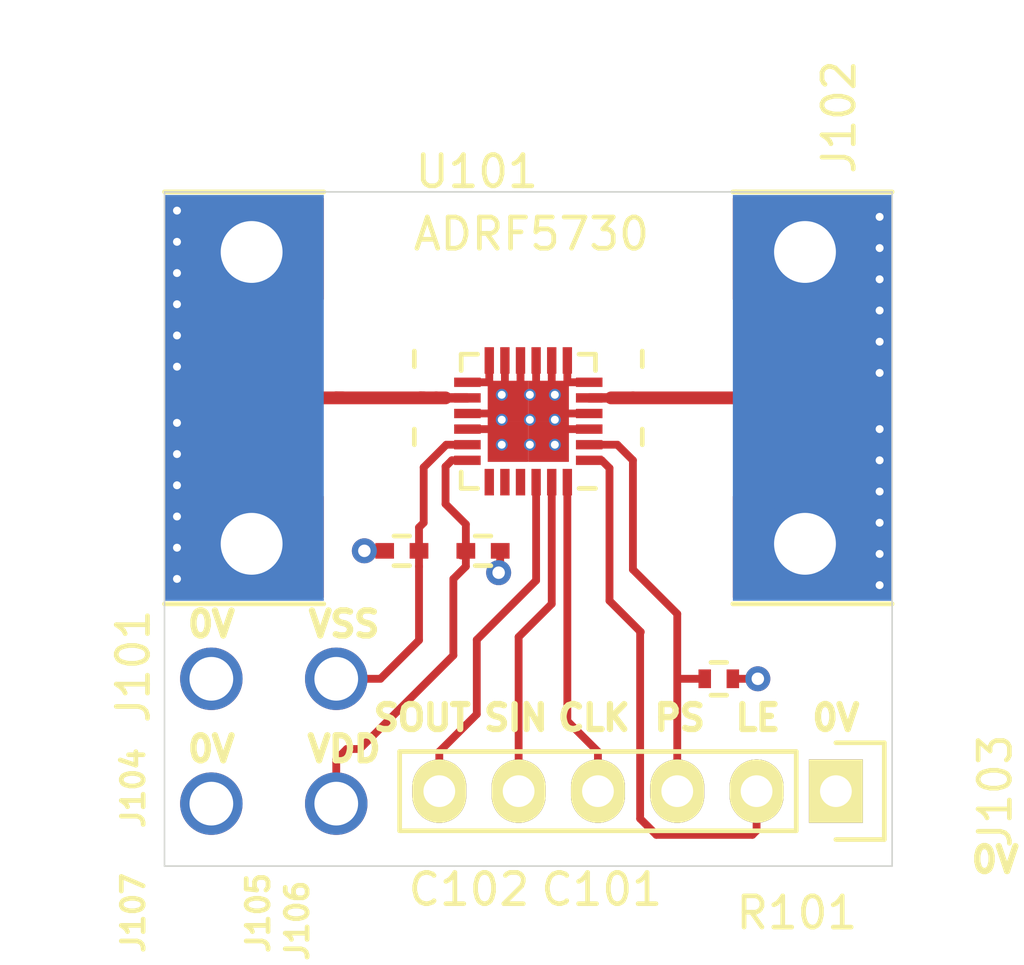
<source format=kicad_pcb>
(kicad_pcb (version 20171130) (host pcbnew "(5.1.4-74-gcf968cb6b)")

  (general
    (thickness 1.6)
    (drawings 16)
    (tracks 98)
    (zones 0)
    (modules 20)
    (nets 11)
  )

  (page A4)
  (layers
    (0 F.Cu signal)
    (1 In1.Cu signal)
    (2 In2.Cu signal)
    (31 B.Cu signal)
    (32 B.Adhes user)
    (33 F.Adhes user)
    (34 B.Paste user)
    (35 F.Paste user)
    (36 B.SilkS user hide)
    (37 F.SilkS user)
    (38 B.Mask user)
    (39 F.Mask user)
    (40 Dwgs.User user)
    (41 Cmts.User user)
    (42 Eco1.User user)
    (43 Eco2.User user)
    (44 Edge.Cuts user)
    (45 Margin user)
    (46 B.CrtYd user)
    (47 F.CrtYd user)
    (48 B.Fab user)
    (49 F.Fab user)
  )

  (setup
    (last_trace_width 0.25)
    (user_trace_width 0.41)
    (trace_clearance 0.2)
    (zone_clearance 0.2)
    (zone_45_only no)
    (trace_min 0.2)
    (via_size 0.8)
    (via_drill 0.4)
    (via_min_size 0.4)
    (via_min_drill 0.3)
    (uvia_size 0.3)
    (uvia_drill 0.1)
    (uvias_allowed no)
    (uvia_min_size 0.2)
    (uvia_min_drill 0.1)
    (edge_width 0.05)
    (segment_width 0.2)
    (pcb_text_width 0.3)
    (pcb_text_size 1.5 1.5)
    (mod_edge_width 0.12)
    (mod_text_size 1 1)
    (mod_text_width 0.15)
    (pad_size 1.3 1.3)
    (pad_drill 0)
    (pad_to_mask_clearance 0.02)
    (solder_mask_min_width 0.135)
    (aux_axis_origin 0 0)
    (visible_elements FFFDFF7F)
    (pcbplotparams
      (layerselection 0x010fc_ffffffff)
      (usegerberextensions false)
      (usegerberattributes false)
      (usegerberadvancedattributes false)
      (creategerberjobfile false)
      (excludeedgelayer true)
      (linewidth 0.100000)
      (plotframeref false)
      (viasonmask false)
      (mode 1)
      (useauxorigin false)
      (hpglpennumber 1)
      (hpglpenspeed 20)
      (hpglpendiameter 15.000000)
      (psnegative false)
      (psa4output false)
      (plotreference true)
      (plotvalue true)
      (plotinvisibletext false)
      (padsonsilk false)
      (subtractmaskfromsilk false)
      (outputformat 1)
      (mirror false)
      (drillshape 1)
      (scaleselection 1)
      (outputdirectory ""))
  )

  (net 0 "")
  (net 1 GND)
  (net 2 "Net-(C101-Pad1)")
  (net 3 "Net-(C102-Pad1)")
  (net 4 "Net-(J101-Pad1)")
  (net 5 "Net-(J102-Pad1)")
  (net 6 "Net-(J103-Pad2)")
  (net 7 "Net-(J103-Pad3)")
  (net 8 "Net-(J103-Pad4)")
  (net 9 "Net-(J103-Pad5)")
  (net 10 "Net-(J103-Pad6)")

  (net_class Default "This is the default net class."
    (clearance 0.2)
    (trace_width 0.25)
    (via_dia 0.8)
    (via_drill 0.4)
    (uvia_dia 0.3)
    (uvia_drill 0.1)
    (add_net GND)
    (add_net "Net-(C101-Pad1)")
    (add_net "Net-(C102-Pad1)")
    (add_net "Net-(J101-Pad1)")
    (add_net "Net-(J102-Pad1)")
    (add_net "Net-(J103-Pad2)")
    (add_net "Net-(J103-Pad3)")
    (add_net "Net-(J103-Pad4)")
    (add_net "Net-(J103-Pad5)")
    (add_net "Net-(J103-Pad6)")
  )

  (module synth_footprints:VIA_OSH4LAYER_MIN (layer F.Cu) (tedit 5D881A1D) (tstamp 5D882225)
    (at 166.2 84.5)
    (fp_text reference REF** (at 0 -2.5) (layer F.SilkS) hide
      (effects (font (size 1 1) (thickness 0.15)))
    )
    (fp_text value VIA_OSH4LAYER_MIN (at 0 -1.2) (layer F.Fab) hide
      (effects (font (size 1 1) (thickness 0.15)))
    )
    (pad 1 thru_hole circle (at 0 0) (size 0.381 0.381) (drill 0.254) (layers *.Cu)
      (net 1 GND))
  )

  (module synth_footprints:VIA_OSH4LAYER_MIN (layer F.Cu) (tedit 5D881A1D) (tstamp 5D88221D)
    (at 166.2 83.7)
    (fp_text reference REF** (at 0 -2.5) (layer F.SilkS) hide
      (effects (font (size 1 1) (thickness 0.15)))
    )
    (fp_text value VIA_OSH4LAYER_MIN (at 0 -1.2) (layer F.Fab) hide
      (effects (font (size 1 1) (thickness 0.15)))
    )
    (pad 1 thru_hole circle (at 0 0) (size 0.381 0.381) (drill 0.254) (layers *.Cu)
      (net 1 GND))
  )

  (module synth_footprints:VIA_OSH4LAYER_MIN (layer F.Cu) (tedit 5D881A1D) (tstamp 5D882215)
    (at 166.2 82.9)
    (fp_text reference REF** (at 0 -2.5) (layer F.SilkS) hide
      (effects (font (size 1 1) (thickness 0.15)))
    )
    (fp_text value VIA_OSH4LAYER_MIN (at 0 -1.2) (layer F.Fab) hide
      (effects (font (size 1 1) (thickness 0.15)))
    )
    (pad 1 thru_hole circle (at 0 0) (size 0.381 0.381) (drill 0.254) (layers *.Cu)
      (net 1 GND))
  )

  (module synth_footprints:VIA_OSH4LAYER_MIN (layer F.Cu) (tedit 5D881A1D) (tstamp 5D88220D)
    (at 167 83.7)
    (fp_text reference REF** (at 0 -2.5) (layer F.SilkS) hide
      (effects (font (size 1 1) (thickness 0.15)))
    )
    (fp_text value VIA_OSH4LAYER_MIN (at 0 -1.2) (layer F.Fab) hide
      (effects (font (size 1 1) (thickness 0.15)))
    )
    (pad 1 thru_hole circle (at 0 0) (size 0.381 0.381) (drill 0.254) (layers *.Cu)
      (net 1 GND))
  )

  (module synth_footprints:VIA_OSH4LAYER_MIN (layer F.Cu) (tedit 5D881A1D) (tstamp 5D882205)
    (at 165.3 83.7)
    (fp_text reference REF** (at 0 -2.5) (layer F.SilkS) hide
      (effects (font (size 1 1) (thickness 0.15)))
    )
    (fp_text value VIA_OSH4LAYER_MIN (at 0 -1.2) (layer F.Fab) hide
      (effects (font (size 1 1) (thickness 0.15)))
    )
    (pad 1 thru_hole circle (at 0 0) (size 0.381 0.381) (drill 0.254) (layers *.Cu)
      (net 1 GND))
  )

  (module synth_footprints:VIA_OSH4LAYER_MIN (layer F.Cu) (tedit 5D881A1D) (tstamp 5D8821FD)
    (at 165.3 84.5)
    (fp_text reference REF** (at 0 -2.5) (layer F.SilkS) hide
      (effects (font (size 1 1) (thickness 0.15)))
    )
    (fp_text value VIA_OSH4LAYER_MIN (at 0 -1.2) (layer F.Fab) hide
      (effects (font (size 1 1) (thickness 0.15)))
    )
    (pad 1 thru_hole circle (at 0 0) (size 0.381 0.381) (drill 0.254) (layers *.Cu)
      (net 1 GND))
  )

  (module synth_footprints:VIA_OSH4LAYER_MIN (layer F.Cu) (tedit 5D881A1D) (tstamp 5D8821F5)
    (at 167 84.5)
    (fp_text reference REF** (at 0 -2.5) (layer F.SilkS) hide
      (effects (font (size 1 1) (thickness 0.15)))
    )
    (fp_text value VIA_OSH4LAYER_MIN (at 0 -1.2) (layer F.Fab) hide
      (effects (font (size 1 1) (thickness 0.15)))
    )
    (pad 1 thru_hole circle (at 0 0) (size 0.381 0.381) (drill 0.254) (layers *.Cu)
      (net 1 GND))
  )

  (module synth_footprints:VIA_OSH4LAYER_MIN (layer F.Cu) (tedit 5D881A1D) (tstamp 5D8821ED)
    (at 167 82.9)
    (fp_text reference REF** (at 0 -2.5) (layer F.SilkS) hide
      (effects (font (size 1 1) (thickness 0.15)))
    )
    (fp_text value VIA_OSH4LAYER_MIN (at 0 -1.2) (layer F.Fab) hide
      (effects (font (size 1 1) (thickness 0.15)))
    )
    (pad 1 thru_hole circle (at 0 0) (size 0.381 0.381) (drill 0.254) (layers *.Cu)
      (net 1 GND))
  )

  (module synth_footprints:VIA_OSH4LAYER_MIN (layer F.Cu) (tedit 5D881A1D) (tstamp 5D88218E)
    (at 165.3 82.9)
    (fp_text reference REF** (at 0 -2.5) (layer F.SilkS) hide
      (effects (font (size 1 1) (thickness 0.15)))
    )
    (fp_text value VIA_OSH4LAYER_MIN (at 0 -1.2) (layer F.Fab) hide
      (effects (font (size 1 1) (thickness 0.15)))
    )
    (pad 1 thru_hole circle (at 0 0) (size 0.381 0.381) (drill 0.254) (layers *.Cu)
      (net 1 GND))
  )

  (module vna_mm:sw_edge_oshpark_4layer (layer F.Cu) (tedit 5D8802F6) (tstamp 5D8815F2)
    (at 154.5 83 90)
    (path /5D880968)
    (fp_text reference J101 (at -8.6 -1 90) (layer F.SilkS)
      (effects (font (size 1 1) (thickness 0.15)))
    )
    (fp_text value Conn_Coaxial (at -11.9 7.3) (layer F.Fab)
      (effects (font (size 1 1) (thickness 0.15)))
    )
    (fp_line (start 1 8) (end 1.5 8) (layer F.SilkS) (width 0.15))
    (fp_line (start -1 8) (end -1.5 8) (layer F.SilkS) (width 0.15))
    (fp_poly (pts (xy -6.6 0) (xy -0.5 0) (xy -0.5 5.1) (xy -6.6 5.1)) (layer F.Mask) (width 0.1))
    (fp_poly (pts (xy 0.5 0) (xy 6.6 0) (xy 6.6 5.1) (xy 0.5 5.1)) (layer F.Mask) (width 0.1))
    (fp_poly (pts (xy -0.6 1.9) (xy 0.6 1.9) (xy 0.6 5.1) (xy -0.6 5.1)) (layer F.Mask) (width 0.1))
    (fp_poly (pts (xy -0.5 0) (xy 0.5 0) (xy 0.5 1.3) (xy -0.5 1.3)) (layer F.Mask) (width 0.1))
    (fp_line (start 6.6 0) (end 6.6 5.1) (layer F.SilkS) (width 0.15))
    (fp_line (start -6.6 0) (end -6.6 5) (layer F.SilkS) (width 0.15))
    (fp_line (start -6.6 5) (end -6.6 5.1) (layer F.SilkS) (width 0.15))
    (pad 2 smd rect (at 0 2.55 270) (size 13 5.1) (layers B.Cu B.Mask)
      (net 1 GND))
    (pad 2 smd rect (at 4.775 2.85 270) (size 3.25 4.5) (layers F.Cu F.Mask)
      (net 1 GND))
    (pad 2 smd rect (at -4.775 2.85 270) (size 3.25 4.5) (layers F.Cu F.Mask)
      (net 1 GND))
    (pad 2 thru_hole circle (at -4.675 2.79 90) (size 3 3) (drill 1.98) (layers *.Cu *.Mask)
      (net 1 GND))
    (pad 2 thru_hole circle (at 4.675 2.79 90) (size 3 3) (drill 1.98) (layers *.Cu *.Mask)
      (net 1 GND))
    (pad 1 smd rect (at 0 3.04 90) (size 0.41 4.08) (layers F.Cu)
      (net 4 "Net-(J101-Pad1)"))
    (pad 1 smd trapezoid (at 0 0.55 90) (size 0.3 0.95) (rect_delta 0 0.11 ) (layers F.Cu F.Mask)
      (net 4 "Net-(J101-Pad1)"))
    (pad 2 smd rect (at 3.4 0.3 270) (size 6 0.6) (layers F.Cu F.Mask)
      (net 1 GND))
    (pad 2 smd trapezoid (at 3.4 0.7 90) (size 5.8 0.2) (rect_delta 0 -0.2 ) (layers F.Cu F.Mask)
      (net 1 GND))
    (pad 2 thru_hole circle (at 1 0.4 90) (size 0.5 0.5) (drill 0.254) (layers *.Cu *.Mask)
      (net 1 GND))
    (pad 2 thru_hole circle (at 2 0.4 90) (size 0.5 0.5) (drill 0.254) (layers *.Cu *.Mask)
      (net 1 GND))
    (pad 2 thru_hole circle (at 3 0.4 90) (size 0.5 0.5) (drill 0.254) (layers *.Cu *.Mask)
      (net 1 GND))
    (pad 2 thru_hole circle (at 4 0.4 90) (size 0.5 0.5) (drill 0.254) (layers *.Cu *.Mask)
      (net 1 GND))
    (pad 2 thru_hole circle (at 5 0.4 90) (size 0.5 0.5) (drill 0.254) (layers *.Cu *.Mask)
      (net 1 GND))
    (pad 2 thru_hole circle (at 6 0.4 90) (size 0.5 0.5) (drill 0.254) (layers *.Cu *.Mask)
      (net 1 GND))
    (pad 2 smd trapezoid (at -3.4 0.7 90) (size 5.8 0.2) (rect_delta 0 -0.2 ) (layers F.Cu F.Mask)
      (net 1 GND))
    (pad 2 smd rect (at -3.4 0.3 270) (size 6 0.6) (layers F.Cu F.Mask)
      (net 1 GND))
    (pad 2 thru_hole circle (at -2.8 0.4 90) (size 0.5 0.5) (drill 0.254) (layers *.Cu *.Mask)
      (net 1 GND))
    (pad 2 thru_hole circle (at -0.8 0.4 90) (size 0.5 0.5) (drill 0.254) (layers *.Cu *.Mask)
      (net 1 GND))
    (pad 2 thru_hole circle (at -1.8 0.4 90) (size 0.5 0.5) (drill 0.254) (layers *.Cu *.Mask)
      (net 1 GND))
    (pad 2 thru_hole circle (at -5.8 0.4 90) (size 0.5 0.5) (drill 0.254) (layers *.Cu *.Mask)
      (net 1 GND))
    (pad 2 thru_hole circle (at -3.8 0.4 90) (size 0.5 0.5) (drill 0.254) (layers *.Cu *.Mask)
      (net 1 GND))
    (pad 2 thru_hole circle (at -4.8 0.4 90) (size 0.5 0.5) (drill 0.254) (layers *.Cu *.Mask)
      (net 1 GND))
  )

  (module vna_mm:sw_edge_oshpark_4layer (layer F.Cu) (tedit 5D8802F6) (tstamp 5D881B7D)
    (at 177.8 83 270)
    (path /5D88288F)
    (fp_text reference J102 (at -9 1.7 90) (layer F.SilkS)
      (effects (font (size 1 1) (thickness 0.15)))
    )
    (fp_text value Conn_Coaxial (at -11.9 7.3) (layer F.Fab)
      (effects (font (size 1 1) (thickness 0.15)))
    )
    (fp_line (start 1 8) (end 1.5 8) (layer F.SilkS) (width 0.15))
    (fp_line (start -1 8) (end -1.5 8) (layer F.SilkS) (width 0.15))
    (fp_poly (pts (xy -6.6 0) (xy -0.5 0) (xy -0.5 5.1) (xy -6.6 5.1)) (layer F.Mask) (width 0.1))
    (fp_poly (pts (xy 0.5 0) (xy 6.6 0) (xy 6.6 5.1) (xy 0.5 5.1)) (layer F.Mask) (width 0.1))
    (fp_poly (pts (xy -0.6 1.9) (xy 0.6 1.9) (xy 0.6 5.1) (xy -0.6 5.1)) (layer F.Mask) (width 0.1))
    (fp_poly (pts (xy -0.5 0) (xy 0.5 0) (xy 0.5 1.3) (xy -0.5 1.3)) (layer F.Mask) (width 0.1))
    (fp_line (start 6.6 0) (end 6.6 5.1) (layer F.SilkS) (width 0.15))
    (fp_line (start -6.6 0) (end -6.6 5) (layer F.SilkS) (width 0.15))
    (fp_line (start -6.6 5) (end -6.6 5.1) (layer F.SilkS) (width 0.15))
    (pad 2 smd rect (at 0 2.55 90) (size 13 5.1) (layers B.Cu B.Mask)
      (net 1 GND))
    (pad 2 smd rect (at 4.775 2.85 90) (size 3.25 4.5) (layers F.Cu F.Mask)
      (net 1 GND))
    (pad 2 smd rect (at -4.775 2.85 90) (size 3.25 4.5) (layers F.Cu F.Mask)
      (net 1 GND))
    (pad 2 thru_hole circle (at -4.675 2.79 270) (size 3 3) (drill 1.98) (layers *.Cu *.Mask)
      (net 1 GND))
    (pad 2 thru_hole circle (at 4.675 2.79 270) (size 3 3) (drill 1.98) (layers *.Cu *.Mask)
      (net 1 GND))
    (pad 1 smd rect (at 0 3.04 270) (size 0.41 4.08) (layers F.Cu)
      (net 5 "Net-(J102-Pad1)"))
    (pad 1 smd trapezoid (at 0 0.55 270) (size 0.3 0.95) (rect_delta 0 0.11 ) (layers F.Cu F.Mask)
      (net 5 "Net-(J102-Pad1)"))
    (pad 2 smd rect (at 3.4 0.3 90) (size 6 0.6) (layers F.Cu F.Mask)
      (net 1 GND))
    (pad 2 smd trapezoid (at 3.4 0.7 270) (size 5.8 0.2) (rect_delta 0 -0.2 ) (layers F.Cu F.Mask)
      (net 1 GND))
    (pad 2 thru_hole circle (at 1 0.4 270) (size 0.5 0.5) (drill 0.254) (layers *.Cu *.Mask)
      (net 1 GND))
    (pad 2 thru_hole circle (at 2 0.4 270) (size 0.5 0.5) (drill 0.254) (layers *.Cu *.Mask)
      (net 1 GND))
    (pad 2 thru_hole circle (at 3 0.4 270) (size 0.5 0.5) (drill 0.254) (layers *.Cu *.Mask)
      (net 1 GND))
    (pad 2 thru_hole circle (at 4 0.4 270) (size 0.5 0.5) (drill 0.254) (layers *.Cu *.Mask)
      (net 1 GND))
    (pad 2 thru_hole circle (at 5 0.4 270) (size 0.5 0.5) (drill 0.254) (layers *.Cu *.Mask)
      (net 1 GND))
    (pad 2 thru_hole circle (at 6 0.4 270) (size 0.5 0.5) (drill 0.254) (layers *.Cu *.Mask)
      (net 1 GND))
    (pad 2 smd trapezoid (at -3.4 0.7 270) (size 5.8 0.2) (rect_delta 0 -0.2 ) (layers F.Cu F.Mask)
      (net 1 GND))
    (pad 2 smd rect (at -3.4 0.3 90) (size 6 0.6) (layers F.Cu F.Mask)
      (net 1 GND))
    (pad 2 thru_hole circle (at -2.8 0.4 270) (size 0.5 0.5) (drill 0.254) (layers *.Cu *.Mask)
      (net 1 GND))
    (pad 2 thru_hole circle (at -0.8 0.4 270) (size 0.5 0.5) (drill 0.254) (layers *.Cu *.Mask)
      (net 1 GND))
    (pad 2 thru_hole circle (at -1.8 0.4 270) (size 0.5 0.5) (drill 0.254) (layers *.Cu *.Mask)
      (net 1 GND))
    (pad 2 thru_hole circle (at -5.8 0.4 270) (size 0.5 0.5) (drill 0.254) (layers *.Cu *.Mask)
      (net 1 GND))
    (pad 2 thru_hole circle (at -3.8 0.4 270) (size 0.5 0.5) (drill 0.254) (layers *.Cu *.Mask)
      (net 1 GND))
    (pad 2 thru_hole circle (at -4.8 0.4 270) (size 0.5 0.5) (drill 0.254) (layers *.Cu *.Mask)
      (net 1 GND))
  )

  (module Capacitors_SMD:C_0402 (layer F.Cu) (tedit 5415D599) (tstamp 5D881622)
    (at 164.7 87.9)
    (descr "Capacitor SMD 0402, reflow soldering, AVX (see smccp.pdf)")
    (tags "capacitor 0402")
    (path /5D8929D7)
    (attr smd)
    (fp_text reference C101 (at 3.8 10.85 180) (layer F.SilkS)
      (effects (font (size 1 1) (thickness 0.15)))
    )
    (fp_text value C_Small (at 0 1.7) (layer F.Fab)
      (effects (font (size 1 1) (thickness 0.15)))
    )
    (fp_line (start -1.15 -0.6) (end 1.15 -0.6) (layer F.CrtYd) (width 0.05))
    (fp_line (start -1.15 0.6) (end 1.15 0.6) (layer F.CrtYd) (width 0.05))
    (fp_line (start -1.15 -0.6) (end -1.15 0.6) (layer F.CrtYd) (width 0.05))
    (fp_line (start 1.15 -0.6) (end 1.15 0.6) (layer F.CrtYd) (width 0.05))
    (fp_line (start 0.25 -0.475) (end -0.25 -0.475) (layer F.SilkS) (width 0.15))
    (fp_line (start -0.25 0.475) (end 0.25 0.475) (layer F.SilkS) (width 0.15))
    (pad 1 smd rect (at -0.55 0) (size 0.6 0.5) (layers F.Cu F.Paste F.Mask)
      (net 2 "Net-(C101-Pad1)"))
    (pad 2 smd rect (at 0.55 0) (size 0.6 0.5) (layers F.Cu F.Paste F.Mask)
      (net 1 GND))
    (model Capacitors_SMD.3dshapes/C_0402.wrl
      (at (xyz 0 0 0))
      (scale (xyz 1 1 1))
      (rotate (xyz 0 0 0))
    )
  )

  (module Capacitors_SMD:C_0402 (layer F.Cu) (tedit 5415D599) (tstamp 5D88162E)
    (at 162.1 87.9 180)
    (descr "Capacitor SMD 0402, reflow soldering, AVX (see smccp.pdf)")
    (tags "capacitor 0402")
    (path /5D8A38AA)
    (attr smd)
    (fp_text reference C102 (at -2.15 -10.85 180) (layer F.SilkS)
      (effects (font (size 1 1) (thickness 0.15)))
    )
    (fp_text value C_Small (at 0 1.7) (layer F.Fab)
      (effects (font (size 1 1) (thickness 0.15)))
    )
    (fp_line (start -0.25 0.475) (end 0.25 0.475) (layer F.SilkS) (width 0.15))
    (fp_line (start 0.25 -0.475) (end -0.25 -0.475) (layer F.SilkS) (width 0.15))
    (fp_line (start 1.15 -0.6) (end 1.15 0.6) (layer F.CrtYd) (width 0.05))
    (fp_line (start -1.15 -0.6) (end -1.15 0.6) (layer F.CrtYd) (width 0.05))
    (fp_line (start -1.15 0.6) (end 1.15 0.6) (layer F.CrtYd) (width 0.05))
    (fp_line (start -1.15 -0.6) (end 1.15 -0.6) (layer F.CrtYd) (width 0.05))
    (pad 2 smd rect (at 0.55 0 180) (size 0.6 0.5) (layers F.Cu F.Paste F.Mask)
      (net 1 GND))
    (pad 1 smd rect (at -0.55 0 180) (size 0.6 0.5) (layers F.Cu F.Paste F.Mask)
      (net 3 "Net-(C102-Pad1)"))
    (model Capacitors_SMD.3dshapes/C_0402.wrl
      (at (xyz 0 0 0))
      (scale (xyz 1 1 1))
      (rotate (xyz 0 0 0))
    )
  )

  (module vna_footprints:TURRET_MILLMAX_2101 (layer F.Cu) (tedit 5D75DD65) (tstamp 5D88163D)
    (at 160 96)
    (path /5D891546)
    (fp_text reference J105 (at -2.5 3.5 90) (layer F.SilkS)
      (effects (font (size 0.7 0.7) (thickness 0.15)))
    )
    (fp_text value Conn_01x01_Male (at 0 -3.3) (layer F.Fab)
      (effects (font (size 1 1) (thickness 0.15)))
    )
    (pad 1 thru_hole circle (at 0 0) (size 2 2) (drill 1.4) (layers *.Cu *.Mask)
      (net 2 "Net-(C101-Pad1)"))
  )

  (module vna_footprints:TURRET_MILLMAX_2101 (layer F.Cu) (tedit 5D75DD65) (tstamp 5D881642)
    (at 160 92)
    (path /5D8A38A4)
    (fp_text reference J106 (at -1.25 7.75 90) (layer F.SilkS)
      (effects (font (size 0.7 0.7) (thickness 0.15)))
    )
    (fp_text value Conn_01x01_Male (at 0 -3.3) (layer F.Fab)
      (effects (font (size 1 1) (thickness 0.15)))
    )
    (pad 1 thru_hole circle (at 0 0) (size 2 2) (drill 1.4) (layers *.Cu *.Mask)
      (net 3 "Net-(C102-Pad1)"))
  )

  (module vna_footprints:TURRET_MILLMAX_2101 (layer F.Cu) (tedit 5D75DD65) (tstamp 5D8820C9)
    (at 156 96)
    (path /5D8B5B77)
    (fp_text reference J107 (at -2.5 3.5 90) (layer F.SilkS)
      (effects (font (size 0.7 0.7) (thickness 0.15)))
    )
    (fp_text value Conn_01x01_Male (at 0 -3.3) (layer F.Fab)
      (effects (font (size 1 1) (thickness 0.15)))
    )
    (pad 1 thru_hole circle (at 0 0) (size 2 2) (drill 1.4) (layers *.Cu *.Mask)
      (net 1 GND))
  )

  (module Pin_Headers:Pin_Header_Straight_1x06 (layer F.Cu) (tedit 0) (tstamp 5D881C5A)
    (at 176 95.6 270)
    (descr "Through hole pin header")
    (tags "pin header")
    (path /5D8B0E09)
    (fp_text reference J103 (at 0 -5.1 90) (layer F.SilkS)
      (effects (font (size 1 1) (thickness 0.15)))
    )
    (fp_text value Conn_01x06 (at 0 -3.1 90) (layer F.Fab)
      (effects (font (size 1 1) (thickness 0.15)))
    )
    (fp_line (start -1.75 -1.75) (end -1.75 14.45) (layer F.CrtYd) (width 0.05))
    (fp_line (start 1.75 -1.75) (end 1.75 14.45) (layer F.CrtYd) (width 0.05))
    (fp_line (start -1.75 -1.75) (end 1.75 -1.75) (layer F.CrtYd) (width 0.05))
    (fp_line (start -1.75 14.45) (end 1.75 14.45) (layer F.CrtYd) (width 0.05))
    (fp_line (start 1.27 1.27) (end 1.27 13.97) (layer F.SilkS) (width 0.15))
    (fp_line (start 1.27 13.97) (end -1.27 13.97) (layer F.SilkS) (width 0.15))
    (fp_line (start -1.27 13.97) (end -1.27 1.27) (layer F.SilkS) (width 0.15))
    (fp_line (start 1.55 -1.55) (end 1.55 0) (layer F.SilkS) (width 0.15))
    (fp_line (start 1.27 1.27) (end -1.27 1.27) (layer F.SilkS) (width 0.15))
    (fp_line (start -1.55 0) (end -1.55 -1.55) (layer F.SilkS) (width 0.15))
    (fp_line (start -1.55 -1.55) (end 1.55 -1.55) (layer F.SilkS) (width 0.15))
    (pad 1 thru_hole rect (at 0 0 270) (size 2.032 1.7272) (drill 1.016) (layers *.Cu *.Mask F.SilkS)
      (net 1 GND))
    (pad 2 thru_hole oval (at 0 2.54 270) (size 2.032 1.7272) (drill 1.016) (layers *.Cu *.Mask F.SilkS)
      (net 6 "Net-(J103-Pad2)"))
    (pad 3 thru_hole oval (at 0 5.08 270) (size 2.032 1.7272) (drill 1.016) (layers *.Cu *.Mask F.SilkS)
      (net 7 "Net-(J103-Pad3)"))
    (pad 4 thru_hole oval (at 0 7.62 270) (size 2.032 1.7272) (drill 1.016) (layers *.Cu *.Mask F.SilkS)
      (net 8 "Net-(J103-Pad4)"))
    (pad 5 thru_hole oval (at 0 10.16 270) (size 2.032 1.7272) (drill 1.016) (layers *.Cu *.Mask F.SilkS)
      (net 9 "Net-(J103-Pad5)"))
    (pad 6 thru_hole oval (at 0 12.7 270) (size 2.032 1.7272) (drill 1.016) (layers *.Cu *.Mask F.SilkS)
      (net 10 "Net-(J103-Pad6)"))
    (model Pin_Headers.3dshapes/Pin_Header_Straight_1x06.wrl
      (offset (xyz 0 -6.349999904632568 0))
      (scale (xyz 1 1 1))
      (rotate (xyz 0 0 90))
    )
  )

  (module vna_footprints:TURRET_MILLMAX_2101 (layer F.Cu) (tedit 5D75DD65) (tstamp 5D881C5F)
    (at 156 92)
    (path /5D8C3175)
    (fp_text reference J104 (at -2.5 3.5 90) (layer F.SilkS)
      (effects (font (size 0.7 0.7) (thickness 0.15)))
    )
    (fp_text value Conn_01x01_Male (at 0 -3.3) (layer F.Fab)
      (effects (font (size 1 1) (thickness 0.15)))
    )
    (pad 1 thru_hole circle (at 0 0) (size 2 2) (drill 1.4) (layers *.Cu *.Mask)
      (net 1 GND))
  )

  (module Resistors_SMD:R_0402 (layer F.Cu) (tedit 5415CBB8) (tstamp 5D881C6B)
    (at 172.25 92 180)
    (descr "Resistor SMD 0402, reflow soldering, Vishay (see dcrcw.pdf)")
    (tags "resistor 0402")
    (path /5D8BE921)
    (attr smd)
    (fp_text reference R101 (at -2.5 -7.5) (layer F.SilkS)
      (effects (font (size 1 1) (thickness 0.15)))
    )
    (fp_text value R_Small (at 0 1.8) (layer F.Fab)
      (effects (font (size 1 1) (thickness 0.15)))
    )
    (fp_line (start -0.95 -0.65) (end 0.95 -0.65) (layer F.CrtYd) (width 0.05))
    (fp_line (start -0.95 0.65) (end 0.95 0.65) (layer F.CrtYd) (width 0.05))
    (fp_line (start -0.95 -0.65) (end -0.95 0.65) (layer F.CrtYd) (width 0.05))
    (fp_line (start 0.95 -0.65) (end 0.95 0.65) (layer F.CrtYd) (width 0.05))
    (fp_line (start 0.25 -0.525) (end -0.25 -0.525) (layer F.SilkS) (width 0.15))
    (fp_line (start -0.25 0.525) (end 0.25 0.525) (layer F.SilkS) (width 0.15))
    (pad 1 smd rect (at -0.45 0 180) (size 0.4 0.6) (layers F.Cu F.Paste F.Mask)
      (net 2 "Net-(C101-Pad1)"))
    (pad 2 smd rect (at 0.45 0 180) (size 0.4 0.6) (layers F.Cu F.Paste F.Mask)
      (net 7 "Net-(J103-Pad3)"))
    (model Resistors_SMD.3dshapes/R_0402.wrl
      (at (xyz 0 0 0))
      (scale (xyz 1 1 1))
      (rotate (xyz 0 0 0))
    )
  )

  (module Housings_DFN_QFN:QFN-24-1EP_4x4mm_Pitch0.5mm (layer F.Cu) (tedit 5D881DD1) (tstamp 5D881C96)
    (at 166.15 83.75 180)
    (descr "24-Lead Plastic Quad Flat, No Lead Package (MJ) - 4x4x0.9 mm Body [QFN]; (see Microchip Packaging Specification 00000049BS.pdf)")
    (tags "QFN 0.5")
    (path /5D884587)
    (attr smd)
    (fp_text reference U101 (at 1.65 8) (layer F.SilkS)
      (effects (font (size 1 1) (thickness 0.15)))
    )
    (fp_text value ADRF5730 (at 0 3.375) (layer F.Fab)
      (effects (font (size 1 1) (thickness 0.15)))
    )
    (fp_line (start -2.65 -2.65) (end -2.65 2.65) (layer F.CrtYd) (width 0.05))
    (fp_line (start 2.65 -2.65) (end 2.65 2.65) (layer F.CrtYd) (width 0.05))
    (fp_line (start -2.65 -2.65) (end 2.65 -2.65) (layer F.CrtYd) (width 0.05))
    (fp_line (start -2.65 2.65) (end 2.65 2.65) (layer F.CrtYd) (width 0.05))
    (fp_line (start 2.15 -2.15) (end 2.15 -1.625) (layer F.SilkS) (width 0.15))
    (fp_line (start -2.15 2.15) (end -2.15 1.625) (layer F.SilkS) (width 0.15))
    (fp_line (start 2.15 2.15) (end 2.15 1.625) (layer F.SilkS) (width 0.15))
    (fp_line (start -2.15 -2.15) (end -1.625 -2.15) (layer F.SilkS) (width 0.15))
    (fp_line (start -2.15 2.15) (end -1.625 2.15) (layer F.SilkS) (width 0.15))
    (fp_line (start 2.15 2.15) (end 1.625 2.15) (layer F.SilkS) (width 0.15))
    (fp_line (start 2.15 -2.15) (end 1.625 -2.15) (layer F.SilkS) (width 0.15))
    (pad 1 smd rect (at -1.95 -1.25 180) (size 0.85 0.3) (layers F.Cu F.Paste F.Mask)
      (net 6 "Net-(J103-Pad2)"))
    (pad 2 smd rect (at -1.95 -0.75 180) (size 0.85 0.3) (layers F.Cu F.Paste F.Mask)
      (net 7 "Net-(J103-Pad3)"))
    (pad 3 smd rect (at -1.95 -0.25 180) (size 0.85 0.3) (layers F.Cu F.Paste F.Mask)
      (net 1 GND))
    (pad 4 smd rect (at -1.95 0.25 180) (size 0.85 0.3) (layers F.Cu F.Paste F.Mask)
      (net 1 GND))
    (pad 5 smd rect (at -1.95 0.75 180) (size 0.85 0.3) (layers F.Cu F.Paste F.Mask)
      (net 5 "Net-(J102-Pad1)"))
    (pad 6 smd rect (at -1.95 1.25 180) (size 0.85 0.3) (layers F.Cu F.Paste F.Mask)
      (net 1 GND))
    (pad 7 smd rect (at -1.25 1.95 270) (size 0.85 0.3) (layers F.Cu F.Paste F.Mask)
      (net 1 GND))
    (pad 8 smd rect (at -0.75 1.95 270) (size 0.85 0.3) (layers F.Cu F.Paste F.Mask)
      (net 1 GND))
    (pad 9 smd rect (at -0.25 1.95 270) (size 0.85 0.3) (layers F.Cu F.Paste F.Mask)
      (net 1 GND))
    (pad 10 smd rect (at 0.25 1.95 270) (size 0.85 0.3) (layers F.Cu F.Paste F.Mask)
      (net 1 GND))
    (pad 11 smd rect (at 0.75 1.95 270) (size 0.85 0.3) (layers F.Cu F.Paste F.Mask)
      (net 1 GND))
    (pad 12 smd rect (at 1.25 1.95 270) (size 0.85 0.3) (layers F.Cu F.Paste F.Mask)
      (net 1 GND))
    (pad 13 smd rect (at 1.95 1.25 180) (size 0.85 0.3) (layers F.Cu F.Paste F.Mask)
      (net 1 GND))
    (pad 14 smd rect (at 1.95 0.75 180) (size 0.85 0.3) (layers F.Cu F.Paste F.Mask)
      (net 4 "Net-(J101-Pad1)"))
    (pad 15 smd rect (at 1.95 0.25 180) (size 0.85 0.3) (layers F.Cu F.Paste F.Mask)
      (net 1 GND))
    (pad 16 smd rect (at 1.95 -0.25 180) (size 0.85 0.3) (layers F.Cu F.Paste F.Mask)
      (net 1 GND))
    (pad 17 smd rect (at 1.95 -0.75 180) (size 0.85 0.3) (layers F.Cu F.Paste F.Mask)
      (net 3 "Net-(C102-Pad1)"))
    (pad 18 smd rect (at 1.95 -1.25 180) (size 0.85 0.3) (layers F.Cu F.Paste F.Mask)
      (net 2 "Net-(C101-Pad1)"))
    (pad 19 smd rect (at 1.25 -1.95 270) (size 0.85 0.3) (layers F.Cu F.Paste F.Mask))
    (pad 20 smd rect (at 0.75 -1.95 270) (size 0.85 0.3) (layers F.Cu F.Paste F.Mask))
    (pad 21 smd rect (at 0.25 -1.95 270) (size 0.85 0.3) (layers F.Cu F.Paste F.Mask))
    (pad 22 smd rect (at -0.25 -1.95 270) (size 0.85 0.3) (layers F.Cu F.Paste F.Mask)
      (net 10 "Net-(J103-Pad6)"))
    (pad 23 smd rect (at -0.75 -1.95 270) (size 0.85 0.3) (layers F.Cu F.Paste F.Mask)
      (net 9 "Net-(J103-Pad5)"))
    (pad 24 smd rect (at -1.25 -1.95 270) (size 0.85 0.3) (layers F.Cu F.Paste F.Mask)
      (net 8 "Net-(J103-Pad4)"))
    (pad 25 smd rect (at 0.65 0.65 180) (size 1.3 1.3) (layers F.Cu F.Paste F.Mask)
      (net 1 GND) (solder_paste_margin_ratio -0.15))
    (pad 25 smd rect (at 0.65 -0.65 180) (size 1.3 1.3) (layers F.Cu F.Paste F.Mask)
      (net 1 GND) (solder_paste_margin_ratio -0.15))
    (pad 25 smd rect (at -0.65 0.65 180) (size 1.3 1.3) (layers F.Cu F.Paste F.Mask)
      (net 1 GND) (solder_paste_margin_ratio -0.15))
    (pad 25 smd rect (at -0.65 -0.65 180) (size 1.3 1.3) (layers F.Cu F.Paste F.Mask)
      (net 1 GND) (solder_paste_margin_ratio -0.15))
    (model Housings_DFN_QFN.3dshapes/QFN-24-1EP_4x4mm_Pitch0.5mm.wrl
      (at (xyz 0 0 0))
      (scale (xyz 1 1 1))
      (rotate (xyz 0 0 0))
    )
  )

  (gr_text VDD (at 160.25 94.25) (layer F.SilkS) (tstamp 5D882D00)
    (effects (font (size 0.8 0.8) (thickness 0.2)))
  )
  (gr_text 0V (at 156 94.25) (layer F.SilkS) (tstamp 5D882CF8)
    (effects (font (size 0.8 0.8) (thickness 0.2)))
  )
  (gr_text 0V (at 156 90.25) (layer F.SilkS) (tstamp 5D882CF5)
    (effects (font (size 0.8 0.8) (thickness 0.2)))
  )
  (gr_text VSS (at 160.25 90.25) (layer F.SilkS) (tstamp 5D882DB5)
    (effects (font (size 0.8 0.8) (thickness 0.2)))
  )
  (gr_text SOUT (at 162.75 93.25) (layer F.SilkS) (tstamp 5D882CE6)
    (effects (font (size 0.8 0.8) (thickness 0.2)))
  )
  (gr_text SIN (at 165.75 93.25) (layer F.SilkS) (tstamp 5D882CE3)
    (effects (font (size 0.8 0.8) (thickness 0.2)))
  )
  (gr_text CLK (at 168.25 93.25) (layer F.SilkS) (tstamp 5D882CE0)
    (effects (font (size 0.8 0.8) (thickness 0.2)))
  )
  (gr_text PS (at 171 93.25) (layer F.SilkS) (tstamp 5D882CDD)
    (effects (font (size 0.8 0.8) (thickness 0.2)))
  )
  (gr_text LE (at 173.5 93.25) (layer F.SilkS) (tstamp 5D882B9B)
    (effects (font (size 0.8 0.8) (thickness 0.2)))
  )
  (gr_text 0V (at 181.1 97.8) (layer F.SilkS) (tstamp 5D882380)
    (effects (font (size 0.8 0.8) (thickness 0.2)))
  )
  (gr_text 0V (at 176 93.25) (layer F.SilkS) (tstamp 5D88237D)
    (effects (font (size 0.8 0.8) (thickness 0.2)))
  )
  (gr_text ADRF5730 (at 166.25 77.75) (layer F.SilkS)
    (effects (font (size 1 1) (thickness 0.15)))
  )
  (gr_line (start 154.5 76.4) (end 177.8 76.4) (layer Edge.Cuts) (width 0.05) (tstamp 5D881B58))
  (gr_line (start 177.8 98) (end 154.5 98) (layer Edge.Cuts) (width 0.05) (tstamp 5D881BC4))
  (gr_line (start 177.8 76.4) (end 177.8 98) (layer Edge.Cuts) (width 0.05) (tstamp 5D881B55))
  (gr_line (start 154.5 76.4) (end 154.5 98) (layer Edge.Cuts) (width 0.05))

  (via (at 160.9 87.9) (size 0.8) (drill 0.4) (layers F.Cu B.Cu) (net 1))
  (segment (start 161.55 87.9) (end 160.9 87.9) (width 0.25) (layer F.Cu) (net 1) (status 10))
  (via (at 165.2 88.6) (size 0.8) (drill 0.4) (layers F.Cu B.Cu) (net 1))
  (segment (start 165.25 87.9) (end 165.25 88.55) (width 0.25) (layer F.Cu) (net 1) (status 10))
  (segment (start 165.25 88.55) (end 165.2 88.6) (width 0.25) (layer F.Cu) (net 1))
  (segment (start 164.2 82.5) (end 164.9 82.5) (width 0.25) (layer F.Cu) (net 1))
  (segment (start 164.9 82.5) (end 165.5 83.1) (width 0.25) (layer F.Cu) (net 1))
  (segment (start 164.9 81.8) (end 164.9 82.5) (width 0.25) (layer F.Cu) (net 1))
  (segment (start 165.4 83) (end 165.5 83.1) (width 0.25) (layer F.Cu) (net 1))
  (segment (start 165.4 81.8) (end 165.4 83) (width 0.25) (layer F.Cu) (net 1))
  (segment (start 165.9 82.7) (end 165.5 83.1) (width 0.25) (layer F.Cu) (net 1))
  (segment (start 165.9 81.8) (end 165.9 82.7) (width 0.25) (layer F.Cu) (net 1))
  (segment (start 166.4 82.7) (end 166.8 83.1) (width 0.25) (layer F.Cu) (net 1))
  (segment (start 166.4 81.8) (end 166.4 82.7) (width 0.25) (layer F.Cu) (net 1))
  (segment (start 166.9 83) (end 166.8 83.1) (width 0.25) (layer F.Cu) (net 1))
  (segment (start 166.9 81.8) (end 166.9 83) (width 0.25) (layer F.Cu) (net 1))
  (segment (start 167.4 81.8) (end 167.4 82.5) (width 0.25) (layer F.Cu) (net 1))
  (segment (start 167.4 82.5) (end 166.8 83.1) (width 0.25) (layer F.Cu) (net 1))
  (segment (start 168.1 82.5) (end 167.4 82.5) (width 0.25) (layer F.Cu) (net 1))
  (segment (start 167.2 83.5) (end 166.8 83.1) (width 0.25) (layer F.Cu) (net 1))
  (segment (start 168.1 83.5) (end 167.2 83.5) (width 0.25) (layer F.Cu) (net 1))
  (segment (start 167.2 84) (end 166.8 84.4) (width 0.25) (layer F.Cu) (net 1))
  (segment (start 168.1 84) (end 167.2 84) (width 0.25) (layer F.Cu) (net 1))
  (segment (start 165.1 84) (end 165.5 84.4) (width 0.25) (layer F.Cu) (net 1) (tstamp 5D882342))
  (segment (start 164.2 84) (end 165.1 84) (width 0.25) (layer F.Cu) (net 1))
  (segment (start 165.1 83.5) (end 165.5 83.1) (width 0.25) (layer F.Cu) (net 1))
  (segment (start 164.2 83.5) (end 165.1 83.5) (width 0.25) (layer F.Cu) (net 1))
  (segment (start 164 88.05) (end 164.15 87.9) (width 0.25) (layer F.Cu) (net 2) (status 30))
  (segment (start 164.2 85) (end 163.7 85) (width 0.25) (layer F.Cu) (net 2))
  (segment (start 163.7 85) (end 163.5 85.2) (width 0.25) (layer F.Cu) (net 2))
  (segment (start 163.5 85.2) (end 163.5 86.4) (width 0.25) (layer F.Cu) (net 2))
  (segment (start 164.15 87.05) (end 164.15 87.9) (width 0.25) (layer F.Cu) (net 2))
  (segment (start 163.5 86.4) (end 164.15 87.05) (width 0.25) (layer F.Cu) (net 2))
  (segment (start 164.15 88.4) (end 163.75 88.8) (width 0.25) (layer F.Cu) (net 2))
  (segment (start 164.15 87.9) (end 164.15 88.4) (width 0.25) (layer F.Cu) (net 2))
  (segment (start 163.75 88.8) (end 163.75 91.25) (width 0.25) (layer F.Cu) (net 2))
  (segment (start 163.75 91.25) (end 160.75 94.25) (width 0.25) (layer F.Cu) (net 2))
  (segment (start 160.335787 94.25) (end 160 94.585787) (width 0.25) (layer F.Cu) (net 2))
  (segment (start 160 94.585787) (end 160 96) (width 0.25) (layer F.Cu) (net 2))
  (segment (start 160.75 94.25) (end 160.335787 94.25) (width 0.25) (layer F.Cu) (net 2))
  (via (at 173.5 92) (size 0.8) (drill 0.4) (layers F.Cu B.Cu) (net 2))
  (segment (start 172.7 92) (end 173.5 92) (width 0.25) (layer F.Cu) (net 2))
  (segment (start 173.5 92) (end 173.5 92.75) (width 0.25) (layer In2.Cu) (net 2))
  (segment (start 173.5 92.75) (end 172.75 93.5) (width 0.25) (layer In2.Cu) (net 2))
  (segment (start 172.75 93.5) (end 161.75 93.5) (width 0.25) (layer In2.Cu) (net 2))
  (segment (start 161.75 93.5) (end 160.75 94.5) (width 0.25) (layer In2.Cu) (net 2))
  (segment (start 160 94.585787) (end 160 96) (width 0.25) (layer In2.Cu) (net 2))
  (segment (start 160.085787 94.5) (end 160 94.585787) (width 0.25) (layer In2.Cu) (net 2))
  (segment (start 160.75 94.5) (end 160.085787 94.5) (width 0.25) (layer In2.Cu) (net 2))
  (segment (start 163.525 84.5) (end 162.8 85.225) (width 0.25) (layer F.Cu) (net 3))
  (segment (start 164.2 84.5) (end 163.525 84.5) (width 0.25) (layer F.Cu) (net 3))
  (segment (start 162.8 85.225) (end 162.8 87) (width 0.25) (layer F.Cu) (net 3))
  (segment (start 162.65 87.15) (end 162.65 87.9) (width 0.25) (layer F.Cu) (net 3))
  (segment (start 162.8 87) (end 162.65 87.15) (width 0.25) (layer F.Cu) (net 3))
  (segment (start 162.65 88.4) (end 162.65 87.9) (width 0.25) (layer F.Cu) (net 3))
  (segment (start 162.65 90.764213) (end 162.65 88.4) (width 0.25) (layer F.Cu) (net 3))
  (segment (start 161.414213 92) (end 162.65 90.764213) (width 0.25) (layer F.Cu) (net 3))
  (segment (start 160 92) (end 161.414213 92) (width 0.25) (layer F.Cu) (net 3))
  (segment (start 160 83) (end 162.7 83) (width 0.41) (layer F.Cu) (net 4))
  (segment (start 157.54 83) (end 160 83) (width 0.41) (layer F.Cu) (net 4) (status 10))
  (segment (start 160 83) (end 160.205 83) (width 0.41) (layer F.Cu) (net 4))
  (segment (start 162.7 83) (end 162.8 83) (width 0.41) (layer F.Cu) (net 4))
  (segment (start 155.05 83) (end 157.54 83) (width 0.25) (layer F.Cu) (net 4) (status 30))
  (segment (start 163.2 83) (end 164.2 83) (width 0.3) (layer F.Cu) (net 4))
  (segment (start 162.7 83) (end 163.2 83) (width 0.41) (layer F.Cu) (net 4))
  (segment (start 163.2 83) (end 163.5 83) (width 0.41) (layer F.Cu) (net 4))
  (segment (start 174.76 83) (end 169.5 83) (width 0.41) (layer F.Cu) (net 5) (tstamp 5D881BC7) (status 10))
  (segment (start 174.76 83) (end 177.25 83) (width 0.25) (layer F.Cu) (net 5) (status 30))
  (segment (start 169.5 83) (end 168.8 83) (width 0.41) (layer F.Cu) (net 5))
  (segment (start 168.1 83) (end 168.7 83) (width 0.3) (layer F.Cu) (net 5))
  (segment (start 168.1 85) (end 168.5 85) (width 0.25) (layer F.Cu) (net 6))
  (segment (start 168.5 85) (end 168.75 85.25) (width 0.25) (layer F.Cu) (net 6))
  (segment (start 168.75 85.25) (end 168.75 89.5) (width 0.25) (layer F.Cu) (net 6))
  (segment (start 168.75 89.5) (end 169.75 90.5) (width 0.25) (layer F.Cu) (net 6))
  (segment (start 169.73139 90.51861) (end 169.73139 96.48139) (width 0.25) (layer F.Cu) (net 6))
  (segment (start 169.75 90.5) (end 169.73139 90.51861) (width 0.25) (layer F.Cu) (net 6))
  (segment (start 169.73139 96.48139) (end 170.25 97) (width 0.25) (layer F.Cu) (net 6))
  (segment (start 173.46 96.866) (end 173.46 95.6) (width 0.25) (layer F.Cu) (net 6))
  (segment (start 173.326 97) (end 173.46 96.866) (width 0.25) (layer F.Cu) (net 6))
  (segment (start 170.25 97) (end 173.326 97) (width 0.25) (layer F.Cu) (net 6))
  (segment (start 170.92 89.92) (end 170.92 95.6) (width 0.25) (layer F.Cu) (net 7))
  (segment (start 169.5 88.5) (end 170.92 89.92) (width 0.25) (layer F.Cu) (net 7))
  (segment (start 168.1 84.5) (end 169 84.5) (width 0.25) (layer F.Cu) (net 7))
  (segment (start 169.5 85) (end 169.5 88.5) (width 0.25) (layer F.Cu) (net 7))
  (segment (start 169 84.5) (end 169.5 85) (width 0.25) (layer F.Cu) (net 7))
  (segment (start 171.8 92) (end 171 92) (width 0.25) (layer F.Cu) (net 7))
  (segment (start 167.4 93.354) (end 167.4 85.9) (width 0.25) (layer F.Cu) (net 8))
  (segment (start 168.38 95.6) (end 168.38 94.334) (width 0.25) (layer F.Cu) (net 8))
  (segment (start 168.38 94.334) (end 167.4 93.354) (width 0.25) (layer F.Cu) (net 8))
  (segment (start 167.4 85.9) (end 167.4 85.7) (width 0.25) (layer F.Cu) (net 8))
  (segment (start 166.9 85.7) (end 166.9 89.6) (width 0.25) (layer F.Cu) (net 9))
  (segment (start 165.84 90.66) (end 165.84 95.6) (width 0.25) (layer F.Cu) (net 9))
  (segment (start 166.9 89.6) (end 165.84 90.66) (width 0.25) (layer F.Cu) (net 9))
  (segment (start 163.3 94.334) (end 164.5 93.134) (width 0.25) (layer F.Cu) (net 10))
  (segment (start 163.3 95.6) (end 163.3 94.334) (width 0.25) (layer F.Cu) (net 10))
  (segment (start 164.5 93.134) (end 164.5 90.75) (width 0.25) (layer F.Cu) (net 10))
  (segment (start 166.4 88.85) (end 166.4 85.7) (width 0.25) (layer F.Cu) (net 10))
  (segment (start 164.5 90.75) (end 166.4 88.85) (width 0.25) (layer F.Cu) (net 10))

  (zone (net 1) (net_name GND) (layer In1.Cu) (tstamp 5D881BCA) (hatch edge 0.508)
    (connect_pads yes (clearance 0.2))
    (min_thickness 0.2)
    (fill yes (arc_segments 32) (thermal_gap 0.508) (thermal_bridge_width 0.508))
    (polygon
      (pts
        (xy 154.25 76.4) (xy 154.325 98.25) (xy 178.075 98.25) (xy 178 76.4)
      )
    )
    (filled_polygon
      (pts
        (xy 177.475001 97.675) (xy 154.825 97.675) (xy 154.825 95.871961) (xy 158.7 95.871961) (xy 158.7 96.128039)
        (xy 158.749958 96.379196) (xy 158.847955 96.615781) (xy 158.990224 96.828702) (xy 159.171298 97.009776) (xy 159.384219 97.152045)
        (xy 159.620804 97.250042) (xy 159.871961 97.3) (xy 160.128039 97.3) (xy 160.379196 97.250042) (xy 160.615781 97.152045)
        (xy 160.828702 97.009776) (xy 161.009776 96.828702) (xy 161.152045 96.615781) (xy 161.250042 96.379196) (xy 161.3 96.128039)
        (xy 161.3 95.871961) (xy 161.250042 95.620804) (xy 161.154621 95.390437) (xy 162.1364 95.390437) (xy 162.1364 95.809562)
        (xy 162.153236 95.980504) (xy 162.219772 96.199844) (xy 162.327821 96.401988) (xy 162.47323 96.57917) (xy 162.650411 96.724579)
        (xy 162.852555 96.832628) (xy 163.071895 96.899164) (xy 163.3 96.92163) (xy 163.528104 96.899164) (xy 163.747444 96.832628)
        (xy 163.949588 96.724579) (xy 164.12677 96.57917) (xy 164.272179 96.401989) (xy 164.380228 96.199845) (xy 164.446764 95.980505)
        (xy 164.4636 95.809563) (xy 164.4636 95.390438) (xy 164.4636 95.390437) (xy 164.6764 95.390437) (xy 164.6764 95.809562)
        (xy 164.693236 95.980504) (xy 164.759772 96.199844) (xy 164.867821 96.401988) (xy 165.01323 96.57917) (xy 165.190411 96.724579)
        (xy 165.392555 96.832628) (xy 165.611895 96.899164) (xy 165.84 96.92163) (xy 166.068104 96.899164) (xy 166.287444 96.832628)
        (xy 166.489588 96.724579) (xy 166.66677 96.57917) (xy 166.812179 96.401989) (xy 166.920228 96.199845) (xy 166.986764 95.980505)
        (xy 167.0036 95.809563) (xy 167.0036 95.390438) (xy 167.0036 95.390437) (xy 167.2164 95.390437) (xy 167.2164 95.809562)
        (xy 167.233236 95.980504) (xy 167.299772 96.199844) (xy 167.407821 96.401988) (xy 167.55323 96.57917) (xy 167.730411 96.724579)
        (xy 167.932555 96.832628) (xy 168.151895 96.899164) (xy 168.38 96.92163) (xy 168.608104 96.899164) (xy 168.827444 96.832628)
        (xy 169.029588 96.724579) (xy 169.20677 96.57917) (xy 169.352179 96.401989) (xy 169.460228 96.199845) (xy 169.526764 95.980505)
        (xy 169.5436 95.809563) (xy 169.5436 95.390438) (xy 169.5436 95.390437) (xy 169.7564 95.390437) (xy 169.7564 95.809562)
        (xy 169.773236 95.980504) (xy 169.839772 96.199844) (xy 169.947821 96.401988) (xy 170.09323 96.57917) (xy 170.270411 96.724579)
        (xy 170.472555 96.832628) (xy 170.691895 96.899164) (xy 170.92 96.92163) (xy 171.148104 96.899164) (xy 171.367444 96.832628)
        (xy 171.569588 96.724579) (xy 171.74677 96.57917) (xy 171.892179 96.401989) (xy 172.000228 96.199845) (xy 172.066764 95.980505)
        (xy 172.0836 95.809563) (xy 172.0836 95.390438) (xy 172.0836 95.390437) (xy 172.2964 95.390437) (xy 172.2964 95.809562)
        (xy 172.313236 95.980504) (xy 172.379772 96.199844) (xy 172.487821 96.401988) (xy 172.63323 96.57917) (xy 172.810411 96.724579)
        (xy 173.012555 96.832628) (xy 173.231895 96.899164) (xy 173.46 96.92163) (xy 173.688104 96.899164) (xy 173.907444 96.832628)
        (xy 174.109588 96.724579) (xy 174.28677 96.57917) (xy 174.432179 96.401989) (xy 174.540228 96.199845) (xy 174.606764 95.980505)
        (xy 174.6236 95.809563) (xy 174.6236 95.390438) (xy 174.606764 95.219496) (xy 174.540228 95.000156) (xy 174.432179 94.798012)
        (xy 174.28677 94.62083) (xy 174.109589 94.475421) (xy 173.907445 94.367372) (xy 173.688105 94.300836) (xy 173.46 94.27837)
        (xy 173.231896 94.300836) (xy 173.012556 94.367372) (xy 172.810412 94.475421) (xy 172.633231 94.62083) (xy 172.487822 94.798011)
        (xy 172.379772 95.000155) (xy 172.313236 95.219495) (xy 172.2964 95.390437) (xy 172.0836 95.390437) (xy 172.066764 95.219496)
        (xy 172.000228 95.000156) (xy 171.892179 94.798012) (xy 171.74677 94.62083) (xy 171.569589 94.475421) (xy 171.367445 94.367372)
        (xy 171.148105 94.300836) (xy 170.92 94.27837) (xy 170.691896 94.300836) (xy 170.472556 94.367372) (xy 170.270412 94.475421)
        (xy 170.093231 94.62083) (xy 169.947822 94.798011) (xy 169.839772 95.000155) (xy 169.773236 95.219495) (xy 169.7564 95.390437)
        (xy 169.5436 95.390437) (xy 169.526764 95.219496) (xy 169.460228 95.000156) (xy 169.352179 94.798012) (xy 169.20677 94.62083)
        (xy 169.029589 94.475421) (xy 168.827445 94.367372) (xy 168.608105 94.300836) (xy 168.38 94.27837) (xy 168.151896 94.300836)
        (xy 167.932556 94.367372) (xy 167.730412 94.475421) (xy 167.553231 94.62083) (xy 167.407822 94.798011) (xy 167.299772 95.000155)
        (xy 167.233236 95.219495) (xy 167.2164 95.390437) (xy 167.0036 95.390437) (xy 166.986764 95.219496) (xy 166.920228 95.000156)
        (xy 166.812179 94.798012) (xy 166.66677 94.62083) (xy 166.489589 94.475421) (xy 166.287445 94.367372) (xy 166.068105 94.300836)
        (xy 165.84 94.27837) (xy 165.611896 94.300836) (xy 165.392556 94.367372) (xy 165.190412 94.475421) (xy 165.013231 94.62083)
        (xy 164.867822 94.798011) (xy 164.759772 95.000155) (xy 164.693236 95.219495) (xy 164.6764 95.390437) (xy 164.4636 95.390437)
        (xy 164.446764 95.219496) (xy 164.380228 95.000156) (xy 164.272179 94.798012) (xy 164.12677 94.62083) (xy 163.949589 94.475421)
        (xy 163.747445 94.367372) (xy 163.528105 94.300836) (xy 163.3 94.27837) (xy 163.071896 94.300836) (xy 162.852556 94.367372)
        (xy 162.650412 94.475421) (xy 162.473231 94.62083) (xy 162.327822 94.798011) (xy 162.219772 95.000155) (xy 162.153236 95.219495)
        (xy 162.1364 95.390437) (xy 161.154621 95.390437) (xy 161.152045 95.384219) (xy 161.009776 95.171298) (xy 160.828702 94.990224)
        (xy 160.615781 94.847955) (xy 160.379196 94.749958) (xy 160.128039 94.7) (xy 159.871961 94.7) (xy 159.620804 94.749958)
        (xy 159.384219 94.847955) (xy 159.171298 94.990224) (xy 158.990224 95.171298) (xy 158.847955 95.384219) (xy 158.749958 95.620804)
        (xy 158.7 95.871961) (xy 154.825 95.871961) (xy 154.825 91.871961) (xy 158.7 91.871961) (xy 158.7 92.128039)
        (xy 158.749958 92.379196) (xy 158.847955 92.615781) (xy 158.990224 92.828702) (xy 159.171298 93.009776) (xy 159.384219 93.152045)
        (xy 159.620804 93.250042) (xy 159.871961 93.3) (xy 160.128039 93.3) (xy 160.379196 93.250042) (xy 160.615781 93.152045)
        (xy 160.828702 93.009776) (xy 161.009776 92.828702) (xy 161.152045 92.615781) (xy 161.250042 92.379196) (xy 161.3 92.128039)
        (xy 161.3 91.931056) (xy 172.8 91.931056) (xy 172.8 92.068944) (xy 172.826901 92.204182) (xy 172.879668 92.331574)
        (xy 172.956274 92.446224) (xy 173.053776 92.543726) (xy 173.168426 92.620332) (xy 173.295818 92.673099) (xy 173.431056 92.7)
        (xy 173.568944 92.7) (xy 173.704182 92.673099) (xy 173.831574 92.620332) (xy 173.946224 92.543726) (xy 174.043726 92.446224)
        (xy 174.120332 92.331574) (xy 174.173099 92.204182) (xy 174.2 92.068944) (xy 174.2 91.931056) (xy 174.173099 91.795818)
        (xy 174.120332 91.668426) (xy 174.043726 91.553776) (xy 173.946224 91.456274) (xy 173.831574 91.379668) (xy 173.704182 91.326901)
        (xy 173.568944 91.3) (xy 173.431056 91.3) (xy 173.295818 91.326901) (xy 173.168426 91.379668) (xy 173.053776 91.456274)
        (xy 172.956274 91.553776) (xy 172.879668 91.668426) (xy 172.826901 91.795818) (xy 172.8 91.931056) (xy 161.3 91.931056)
        (xy 161.3 91.871961) (xy 161.250042 91.620804) (xy 161.152045 91.384219) (xy 161.009776 91.171298) (xy 160.828702 90.990224)
        (xy 160.615781 90.847955) (xy 160.379196 90.749958) (xy 160.128039 90.7) (xy 159.871961 90.7) (xy 159.620804 90.749958)
        (xy 159.384219 90.847955) (xy 159.171298 90.990224) (xy 158.990224 91.171298) (xy 158.847955 91.384219) (xy 158.749958 91.620804)
        (xy 158.7 91.871961) (xy 154.825 91.871961) (xy 154.825 76.725) (xy 177.475 76.725)
      )
    )
  )
  (zone (net 0) (net_name "") (layer F.Mask) (tstamp 0) (hatch edge 0.508)
    (connect_pads yes (clearance 0.2))
    (min_thickness 0.2)
    (fill yes (arc_segments 32) (thermal_gap 0.508) (thermal_bridge_width 0.508))
    (polygon
      (pts
        (xy 159 79.5) (xy 159 86.5) (xy 162.5 86.5) (xy 162.5 79.5)
      )
    )
    (filled_polygon
      (pts
        (xy 162.4 86.4) (xy 159.1 86.4) (xy 159.1 79.6) (xy 162.4 79.6)
      )
    )
  )
  (zone (net 0) (net_name "") (layer F.Mask) (tstamp 5D88109D) (hatch edge 0.508)
    (connect_pads yes (clearance 0.2))
    (min_thickness 0.2)
    (fill yes (arc_segments 32) (thermal_gap 0.508) (thermal_bridge_width 0.508))
    (polygon
      (pts
        (xy 169.75 79.5) (xy 169.75 86.5) (xy 173 86.5) (xy 173 79.5)
      )
    )
    (filled_polygon
      (pts
        (xy 172.9 86.4) (xy 169.85 86.4) (xy 169.85 79.6) (xy 172.9 79.6)
      )
    )
  )
)

</source>
